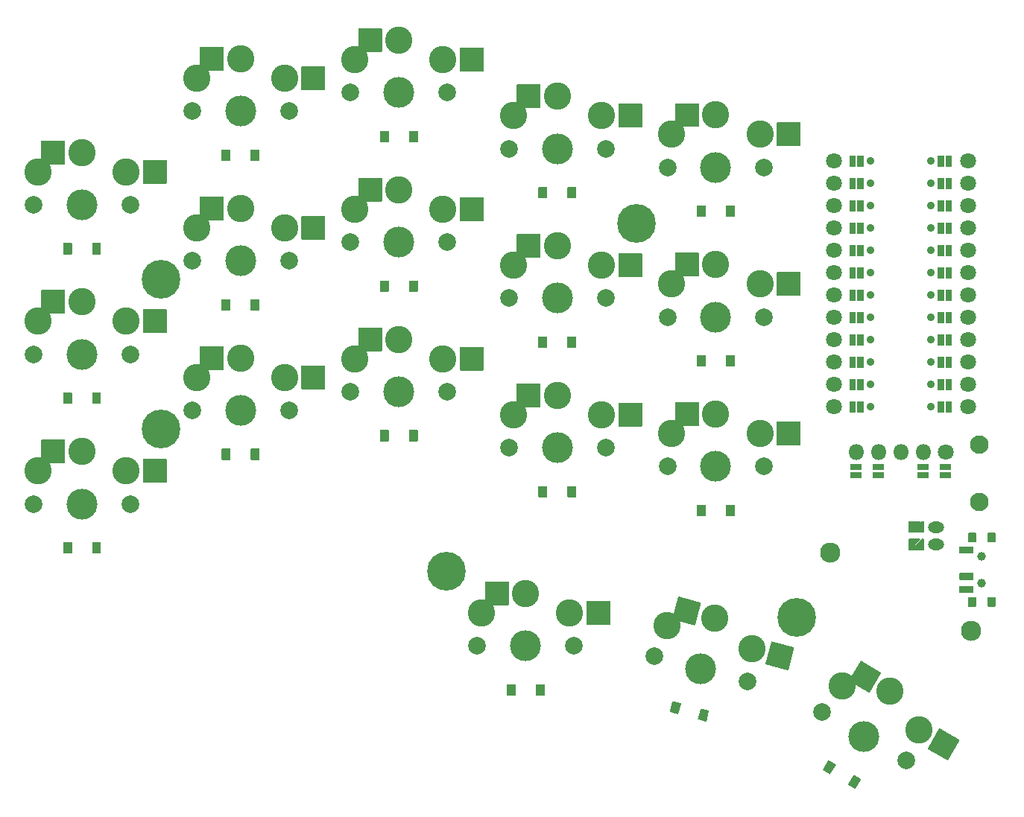
<source format=gbs>
G04 #@! TF.GenerationSoftware,KiCad,Pcbnew,8.0.6+1*
G04 #@! TF.CreationDate,2024-12-31T16:22:39+00:00*
G04 #@! TF.ProjectId,corney_island_wireless_autorouted,636f726e-6579-45f6-9973-6c616e645f77,0.2*
G04 #@! TF.SameCoordinates,Original*
G04 #@! TF.FileFunction,Soldermask,Bot*
G04 #@! TF.FilePolarity,Negative*
%FSLAX46Y46*%
G04 Gerber Fmt 4.6, Leading zero omitted, Abs format (unit mm)*
G04 Created by KiCad (PCBNEW 8.0.6+1) date 2024-12-31 16:22:39*
%MOMM*%
%LPD*%
G01*
G04 APERTURE LIST*
%ADD10C,2.100000*%
%ADD11C,2.000000*%
%ADD12C,3.100000*%
%ADD13C,3.500000*%
%ADD14C,4.400000*%
%ADD15C,2.300000*%
%ADD16C,1.800000*%
%ADD17C,0.900000*%
%ADD18O,1.800000X1.800000*%
%ADD19C,1.000000*%
%ADD20O,1.850000X1.300000*%
G04 APERTURE END LIST*
D10*
X201900000Y-93250000D03*
X201900000Y-99750000D03*
D11*
X164980708Y-117345495D03*
D12*
X166434242Y-113852683D03*
X171833273Y-113021741D03*
D13*
X170293300Y-118769000D03*
D11*
X175605892Y-120192505D03*
X112500000Y-89375000D03*
D12*
X113000000Y-85625000D03*
X118000000Y-83425000D03*
D13*
X118000000Y-89375000D03*
D11*
X123500000Y-89375000D03*
X130500000Y-53250000D03*
D12*
X131000000Y-49500000D03*
X136000000Y-47300000D03*
D13*
X136000000Y-53250000D03*
D11*
X141500000Y-53250000D03*
D14*
X163000000Y-68125000D03*
X181186600Y-112888000D03*
D15*
X201000000Y-114475000D03*
D16*
X200620000Y-61045000D03*
X200620000Y-63585000D03*
X200620000Y-66125000D03*
X200620000Y-68665000D03*
X200620000Y-71205000D03*
X200620000Y-73745000D03*
X200620000Y-76285000D03*
X200620000Y-78825000D03*
X200620000Y-81365000D03*
X200620000Y-83905000D03*
X200620000Y-86445000D03*
X200620000Y-88985000D03*
X185380000Y-88985000D03*
G36*
G01*
X187170000Y-89585000D02*
X187170000Y-88385000D01*
G75*
G02*
X187220000Y-88335000I50000J0D01*
G01*
X187820000Y-88335000D01*
G75*
G02*
X187870000Y-88385000I0J-50000D01*
G01*
X187870000Y-89585000D01*
G75*
G02*
X187820000Y-89635000I-50000J0D01*
G01*
X187220000Y-89635000D01*
G75*
G02*
X187170000Y-89585000I0J50000D01*
G01*
G37*
G36*
G01*
X198130000Y-89585000D02*
X198130000Y-88385000D01*
G75*
G02*
X198180000Y-88335000I50000J0D01*
G01*
X198780000Y-88335000D01*
G75*
G02*
X198830000Y-88385000I0J-50000D01*
G01*
X198830000Y-89585000D01*
G75*
G02*
X198780000Y-89635000I-50000J0D01*
G01*
X198180000Y-89635000D01*
G75*
G02*
X198130000Y-89585000I0J50000D01*
G01*
G37*
X185380000Y-86445000D03*
G36*
G01*
X187170000Y-87045000D02*
X187170000Y-85845000D01*
G75*
G02*
X187220000Y-85795000I50000J0D01*
G01*
X187820000Y-85795000D01*
G75*
G02*
X187870000Y-85845000I0J-50000D01*
G01*
X187870000Y-87045000D01*
G75*
G02*
X187820000Y-87095000I-50000J0D01*
G01*
X187220000Y-87095000D01*
G75*
G02*
X187170000Y-87045000I0J50000D01*
G01*
G37*
G36*
G01*
X198130000Y-87045000D02*
X198130000Y-85845000D01*
G75*
G02*
X198180000Y-85795000I50000J0D01*
G01*
X198780000Y-85795000D01*
G75*
G02*
X198830000Y-85845000I0J-50000D01*
G01*
X198830000Y-87045000D01*
G75*
G02*
X198780000Y-87095000I-50000J0D01*
G01*
X198180000Y-87095000D01*
G75*
G02*
X198130000Y-87045000I0J50000D01*
G01*
G37*
X185380000Y-83905000D03*
G36*
G01*
X187170000Y-84505000D02*
X187170000Y-83305000D01*
G75*
G02*
X187220000Y-83255000I50000J0D01*
G01*
X187820000Y-83255000D01*
G75*
G02*
X187870000Y-83305000I0J-50000D01*
G01*
X187870000Y-84505000D01*
G75*
G02*
X187820000Y-84555000I-50000J0D01*
G01*
X187220000Y-84555000D01*
G75*
G02*
X187170000Y-84505000I0J50000D01*
G01*
G37*
G36*
G01*
X198130000Y-84505000D02*
X198130000Y-83305000D01*
G75*
G02*
X198180000Y-83255000I50000J0D01*
G01*
X198780000Y-83255000D01*
G75*
G02*
X198830000Y-83305000I0J-50000D01*
G01*
X198830000Y-84505000D01*
G75*
G02*
X198780000Y-84555000I-50000J0D01*
G01*
X198180000Y-84555000D01*
G75*
G02*
X198130000Y-84505000I0J50000D01*
G01*
G37*
X185380000Y-81365000D03*
G36*
G01*
X187170000Y-81965000D02*
X187170000Y-80765000D01*
G75*
G02*
X187220000Y-80715000I50000J0D01*
G01*
X187820000Y-80715000D01*
G75*
G02*
X187870000Y-80765000I0J-50000D01*
G01*
X187870000Y-81965000D01*
G75*
G02*
X187820000Y-82015000I-50000J0D01*
G01*
X187220000Y-82015000D01*
G75*
G02*
X187170000Y-81965000I0J50000D01*
G01*
G37*
G36*
G01*
X198130000Y-81965000D02*
X198130000Y-80765000D01*
G75*
G02*
X198180000Y-80715000I50000J0D01*
G01*
X198780000Y-80715000D01*
G75*
G02*
X198830000Y-80765000I0J-50000D01*
G01*
X198830000Y-81965000D01*
G75*
G02*
X198780000Y-82015000I-50000J0D01*
G01*
X198180000Y-82015000D01*
G75*
G02*
X198130000Y-81965000I0J50000D01*
G01*
G37*
X185380000Y-78825000D03*
G36*
G01*
X187170000Y-79425000D02*
X187170000Y-78225000D01*
G75*
G02*
X187220000Y-78175000I50000J0D01*
G01*
X187820000Y-78175000D01*
G75*
G02*
X187870000Y-78225000I0J-50000D01*
G01*
X187870000Y-79425000D01*
G75*
G02*
X187820000Y-79475000I-50000J0D01*
G01*
X187220000Y-79475000D01*
G75*
G02*
X187170000Y-79425000I0J50000D01*
G01*
G37*
G36*
G01*
X198130000Y-79425000D02*
X198130000Y-78225000D01*
G75*
G02*
X198180000Y-78175000I50000J0D01*
G01*
X198780000Y-78175000D01*
G75*
G02*
X198830000Y-78225000I0J-50000D01*
G01*
X198830000Y-79425000D01*
G75*
G02*
X198780000Y-79475000I-50000J0D01*
G01*
X198180000Y-79475000D01*
G75*
G02*
X198130000Y-79425000I0J50000D01*
G01*
G37*
X185380000Y-76285000D03*
G36*
G01*
X187170000Y-76885000D02*
X187170000Y-75685000D01*
G75*
G02*
X187220000Y-75635000I50000J0D01*
G01*
X187820000Y-75635000D01*
G75*
G02*
X187870000Y-75685000I0J-50000D01*
G01*
X187870000Y-76885000D01*
G75*
G02*
X187820000Y-76935000I-50000J0D01*
G01*
X187220000Y-76935000D01*
G75*
G02*
X187170000Y-76885000I0J50000D01*
G01*
G37*
G36*
G01*
X198130000Y-76885000D02*
X198130000Y-75685000D01*
G75*
G02*
X198180000Y-75635000I50000J0D01*
G01*
X198780000Y-75635000D01*
G75*
G02*
X198830000Y-75685000I0J-50000D01*
G01*
X198830000Y-76885000D01*
G75*
G02*
X198780000Y-76935000I-50000J0D01*
G01*
X198180000Y-76935000D01*
G75*
G02*
X198130000Y-76885000I0J50000D01*
G01*
G37*
X185380000Y-73745000D03*
G36*
G01*
X187170000Y-74345000D02*
X187170000Y-73145000D01*
G75*
G02*
X187220000Y-73095000I50000J0D01*
G01*
X187820000Y-73095000D01*
G75*
G02*
X187870000Y-73145000I0J-50000D01*
G01*
X187870000Y-74345000D01*
G75*
G02*
X187820000Y-74395000I-50000J0D01*
G01*
X187220000Y-74395000D01*
G75*
G02*
X187170000Y-74345000I0J50000D01*
G01*
G37*
G36*
G01*
X198130000Y-74345000D02*
X198130000Y-73145000D01*
G75*
G02*
X198180000Y-73095000I50000J0D01*
G01*
X198780000Y-73095000D01*
G75*
G02*
X198830000Y-73145000I0J-50000D01*
G01*
X198830000Y-74345000D01*
G75*
G02*
X198780000Y-74395000I-50000J0D01*
G01*
X198180000Y-74395000D01*
G75*
G02*
X198130000Y-74345000I0J50000D01*
G01*
G37*
X185380000Y-71205000D03*
G36*
G01*
X187170000Y-71805000D02*
X187170000Y-70605000D01*
G75*
G02*
X187220000Y-70555000I50000J0D01*
G01*
X187820000Y-70555000D01*
G75*
G02*
X187870000Y-70605000I0J-50000D01*
G01*
X187870000Y-71805000D01*
G75*
G02*
X187820000Y-71855000I-50000J0D01*
G01*
X187220000Y-71855000D01*
G75*
G02*
X187170000Y-71805000I0J50000D01*
G01*
G37*
G36*
G01*
X198130000Y-71805000D02*
X198130000Y-70605000D01*
G75*
G02*
X198180000Y-70555000I50000J0D01*
G01*
X198780000Y-70555000D01*
G75*
G02*
X198830000Y-70605000I0J-50000D01*
G01*
X198830000Y-71805000D01*
G75*
G02*
X198780000Y-71855000I-50000J0D01*
G01*
X198180000Y-71855000D01*
G75*
G02*
X198130000Y-71805000I0J50000D01*
G01*
G37*
X185380000Y-68665000D03*
G36*
G01*
X187170000Y-69265000D02*
X187170000Y-68065000D01*
G75*
G02*
X187220000Y-68015000I50000J0D01*
G01*
X187820000Y-68015000D01*
G75*
G02*
X187870000Y-68065000I0J-50000D01*
G01*
X187870000Y-69265000D01*
G75*
G02*
X187820000Y-69315000I-50000J0D01*
G01*
X187220000Y-69315000D01*
G75*
G02*
X187170000Y-69265000I0J50000D01*
G01*
G37*
G36*
G01*
X198130000Y-69265000D02*
X198130000Y-68065000D01*
G75*
G02*
X198180000Y-68015000I50000J0D01*
G01*
X198780000Y-68015000D01*
G75*
G02*
X198830000Y-68065000I0J-50000D01*
G01*
X198830000Y-69265000D01*
G75*
G02*
X198780000Y-69315000I-50000J0D01*
G01*
X198180000Y-69315000D01*
G75*
G02*
X198130000Y-69265000I0J50000D01*
G01*
G37*
X185380000Y-66125000D03*
G36*
G01*
X187170000Y-66725000D02*
X187170000Y-65525000D01*
G75*
G02*
X187220000Y-65475000I50000J0D01*
G01*
X187820000Y-65475000D01*
G75*
G02*
X187870000Y-65525000I0J-50000D01*
G01*
X187870000Y-66725000D01*
G75*
G02*
X187820000Y-66775000I-50000J0D01*
G01*
X187220000Y-66775000D01*
G75*
G02*
X187170000Y-66725000I0J50000D01*
G01*
G37*
G36*
G01*
X198130000Y-66725000D02*
X198130000Y-65525000D01*
G75*
G02*
X198180000Y-65475000I50000J0D01*
G01*
X198780000Y-65475000D01*
G75*
G02*
X198830000Y-65525000I0J-50000D01*
G01*
X198830000Y-66725000D01*
G75*
G02*
X198780000Y-66775000I-50000J0D01*
G01*
X198180000Y-66775000D01*
G75*
G02*
X198130000Y-66725000I0J50000D01*
G01*
G37*
X185380000Y-63585000D03*
G36*
G01*
X187170000Y-64185000D02*
X187170000Y-62985000D01*
G75*
G02*
X187220000Y-62935000I50000J0D01*
G01*
X187820000Y-62935000D01*
G75*
G02*
X187870000Y-62985000I0J-50000D01*
G01*
X187870000Y-64185000D01*
G75*
G02*
X187820000Y-64235000I-50000J0D01*
G01*
X187220000Y-64235000D01*
G75*
G02*
X187170000Y-64185000I0J50000D01*
G01*
G37*
G36*
G01*
X198130000Y-64185000D02*
X198130000Y-62985000D01*
G75*
G02*
X198180000Y-62935000I50000J0D01*
G01*
X198780000Y-62935000D01*
G75*
G02*
X198830000Y-62985000I0J-50000D01*
G01*
X198830000Y-64185000D01*
G75*
G02*
X198780000Y-64235000I-50000J0D01*
G01*
X198180000Y-64235000D01*
G75*
G02*
X198130000Y-64185000I0J50000D01*
G01*
G37*
X185380000Y-61045000D03*
G36*
G01*
X187170000Y-61645000D02*
X187170000Y-60445000D01*
G75*
G02*
X187220000Y-60395000I50000J0D01*
G01*
X187820000Y-60395000D01*
G75*
G02*
X187870000Y-60445000I0J-50000D01*
G01*
X187870000Y-61645000D01*
G75*
G02*
X187820000Y-61695000I-50000J0D01*
G01*
X187220000Y-61695000D01*
G75*
G02*
X187170000Y-61645000I0J50000D01*
G01*
G37*
G36*
G01*
X198130000Y-61645000D02*
X198130000Y-60445000D01*
G75*
G02*
X198180000Y-60395000I50000J0D01*
G01*
X198780000Y-60395000D01*
G75*
G02*
X198830000Y-60445000I0J-50000D01*
G01*
X198830000Y-61645000D01*
G75*
G02*
X198780000Y-61695000I-50000J0D01*
G01*
X198180000Y-61695000D01*
G75*
G02*
X198130000Y-61645000I0J50000D01*
G01*
G37*
G36*
G01*
X188070000Y-61645000D02*
X188070000Y-60445000D01*
G75*
G02*
X188120000Y-60395000I50000J0D01*
G01*
X188720000Y-60395000D01*
G75*
G02*
X188770000Y-60445000I0J-50000D01*
G01*
X188770000Y-61645000D01*
G75*
G02*
X188720000Y-61695000I-50000J0D01*
G01*
X188120000Y-61695000D01*
G75*
G02*
X188070000Y-61645000I0J50000D01*
G01*
G37*
D17*
X196400000Y-61045000D03*
G36*
G01*
X188070000Y-64185000D02*
X188070000Y-62985000D01*
G75*
G02*
X188120000Y-62935000I50000J0D01*
G01*
X188720000Y-62935000D01*
G75*
G02*
X188770000Y-62985000I0J-50000D01*
G01*
X188770000Y-64185000D01*
G75*
G02*
X188720000Y-64235000I-50000J0D01*
G01*
X188120000Y-64235000D01*
G75*
G02*
X188070000Y-64185000I0J50000D01*
G01*
G37*
X196400000Y-63585000D03*
G36*
G01*
X188070000Y-66725000D02*
X188070000Y-65525000D01*
G75*
G02*
X188120000Y-65475000I50000J0D01*
G01*
X188720000Y-65475000D01*
G75*
G02*
X188770000Y-65525000I0J-50000D01*
G01*
X188770000Y-66725000D01*
G75*
G02*
X188720000Y-66775000I-50000J0D01*
G01*
X188120000Y-66775000D01*
G75*
G02*
X188070000Y-66725000I0J50000D01*
G01*
G37*
X196400000Y-66125000D03*
G36*
G01*
X188070000Y-69265000D02*
X188070000Y-68065000D01*
G75*
G02*
X188120000Y-68015000I50000J0D01*
G01*
X188720000Y-68015000D01*
G75*
G02*
X188770000Y-68065000I0J-50000D01*
G01*
X188770000Y-69265000D01*
G75*
G02*
X188720000Y-69315000I-50000J0D01*
G01*
X188120000Y-69315000D01*
G75*
G02*
X188070000Y-69265000I0J50000D01*
G01*
G37*
X196400000Y-68665000D03*
G36*
G01*
X188070000Y-71805000D02*
X188070000Y-70605000D01*
G75*
G02*
X188120000Y-70555000I50000J0D01*
G01*
X188720000Y-70555000D01*
G75*
G02*
X188770000Y-70605000I0J-50000D01*
G01*
X188770000Y-71805000D01*
G75*
G02*
X188720000Y-71855000I-50000J0D01*
G01*
X188120000Y-71855000D01*
G75*
G02*
X188070000Y-71805000I0J50000D01*
G01*
G37*
X196400000Y-71205000D03*
G36*
G01*
X188070000Y-74345000D02*
X188070000Y-73145000D01*
G75*
G02*
X188120000Y-73095000I50000J0D01*
G01*
X188720000Y-73095000D01*
G75*
G02*
X188770000Y-73145000I0J-50000D01*
G01*
X188770000Y-74345000D01*
G75*
G02*
X188720000Y-74395000I-50000J0D01*
G01*
X188120000Y-74395000D01*
G75*
G02*
X188070000Y-74345000I0J50000D01*
G01*
G37*
X196400000Y-73745000D03*
G36*
G01*
X188070000Y-76885000D02*
X188070000Y-75685000D01*
G75*
G02*
X188120000Y-75635000I50000J0D01*
G01*
X188720000Y-75635000D01*
G75*
G02*
X188770000Y-75685000I0J-50000D01*
G01*
X188770000Y-76885000D01*
G75*
G02*
X188720000Y-76935000I-50000J0D01*
G01*
X188120000Y-76935000D01*
G75*
G02*
X188070000Y-76885000I0J50000D01*
G01*
G37*
X196400000Y-76285000D03*
G36*
G01*
X188070000Y-79425000D02*
X188070000Y-78225000D01*
G75*
G02*
X188120000Y-78175000I50000J0D01*
G01*
X188720000Y-78175000D01*
G75*
G02*
X188770000Y-78225000I0J-50000D01*
G01*
X188770000Y-79425000D01*
G75*
G02*
X188720000Y-79475000I-50000J0D01*
G01*
X188120000Y-79475000D01*
G75*
G02*
X188070000Y-79425000I0J50000D01*
G01*
G37*
X196400000Y-78825000D03*
G36*
G01*
X188070000Y-81965000D02*
X188070000Y-80765000D01*
G75*
G02*
X188120000Y-80715000I50000J0D01*
G01*
X188720000Y-80715000D01*
G75*
G02*
X188770000Y-80765000I0J-50000D01*
G01*
X188770000Y-81965000D01*
G75*
G02*
X188720000Y-82015000I-50000J0D01*
G01*
X188120000Y-82015000D01*
G75*
G02*
X188070000Y-81965000I0J50000D01*
G01*
G37*
X196400000Y-81365000D03*
G36*
G01*
X188070000Y-84505000D02*
X188070000Y-83305000D01*
G75*
G02*
X188120000Y-83255000I50000J0D01*
G01*
X188720000Y-83255000D01*
G75*
G02*
X188770000Y-83305000I0J-50000D01*
G01*
X188770000Y-84505000D01*
G75*
G02*
X188720000Y-84555000I-50000J0D01*
G01*
X188120000Y-84555000D01*
G75*
G02*
X188070000Y-84505000I0J50000D01*
G01*
G37*
X196400000Y-83905000D03*
G36*
G01*
X188070000Y-87045000D02*
X188070000Y-85845000D01*
G75*
G02*
X188120000Y-85795000I50000J0D01*
G01*
X188720000Y-85795000D01*
G75*
G02*
X188770000Y-85845000I0J-50000D01*
G01*
X188770000Y-87045000D01*
G75*
G02*
X188720000Y-87095000I-50000J0D01*
G01*
X188120000Y-87095000D01*
G75*
G02*
X188070000Y-87045000I0J50000D01*
G01*
G37*
X196400000Y-86445000D03*
G36*
G01*
X188070000Y-89585000D02*
X188070000Y-88385000D01*
G75*
G02*
X188120000Y-88335000I50000J0D01*
G01*
X188720000Y-88335000D01*
G75*
G02*
X188770000Y-88385000I0J-50000D01*
G01*
X188770000Y-89585000D01*
G75*
G02*
X188720000Y-89635000I-50000J0D01*
G01*
X188120000Y-89635000D01*
G75*
G02*
X188070000Y-89585000I0J50000D01*
G01*
G37*
X196400000Y-88985000D03*
X189600000Y-88985000D03*
G36*
G01*
X197230000Y-89585000D02*
X197230000Y-88385000D01*
G75*
G02*
X197280000Y-88335000I50000J0D01*
G01*
X197880000Y-88335000D01*
G75*
G02*
X197930000Y-88385000I0J-50000D01*
G01*
X197930000Y-89585000D01*
G75*
G02*
X197880000Y-89635000I-50000J0D01*
G01*
X197280000Y-89635000D01*
G75*
G02*
X197230000Y-89585000I0J50000D01*
G01*
G37*
X189600000Y-86445000D03*
G36*
G01*
X197230000Y-87045000D02*
X197230000Y-85845000D01*
G75*
G02*
X197280000Y-85795000I50000J0D01*
G01*
X197880000Y-85795000D01*
G75*
G02*
X197930000Y-85845000I0J-50000D01*
G01*
X197930000Y-87045000D01*
G75*
G02*
X197880000Y-87095000I-50000J0D01*
G01*
X197280000Y-87095000D01*
G75*
G02*
X197230000Y-87045000I0J50000D01*
G01*
G37*
X189600000Y-83905000D03*
G36*
G01*
X197230000Y-84505000D02*
X197230000Y-83305000D01*
G75*
G02*
X197280000Y-83255000I50000J0D01*
G01*
X197880000Y-83255000D01*
G75*
G02*
X197930000Y-83305000I0J-50000D01*
G01*
X197930000Y-84505000D01*
G75*
G02*
X197880000Y-84555000I-50000J0D01*
G01*
X197280000Y-84555000D01*
G75*
G02*
X197230000Y-84505000I0J50000D01*
G01*
G37*
X189600000Y-81365000D03*
G36*
G01*
X197230000Y-81965000D02*
X197230000Y-80765000D01*
G75*
G02*
X197280000Y-80715000I50000J0D01*
G01*
X197880000Y-80715000D01*
G75*
G02*
X197930000Y-80765000I0J-50000D01*
G01*
X197930000Y-81965000D01*
G75*
G02*
X197880000Y-82015000I-50000J0D01*
G01*
X197280000Y-82015000D01*
G75*
G02*
X197230000Y-81965000I0J50000D01*
G01*
G37*
X189600000Y-78825000D03*
G36*
G01*
X197230000Y-79425000D02*
X197230000Y-78225000D01*
G75*
G02*
X197280000Y-78175000I50000J0D01*
G01*
X197880000Y-78175000D01*
G75*
G02*
X197930000Y-78225000I0J-50000D01*
G01*
X197930000Y-79425000D01*
G75*
G02*
X197880000Y-79475000I-50000J0D01*
G01*
X197280000Y-79475000D01*
G75*
G02*
X197230000Y-79425000I0J50000D01*
G01*
G37*
X189600000Y-76285000D03*
G36*
G01*
X197230000Y-76885000D02*
X197230000Y-75685000D01*
G75*
G02*
X197280000Y-75635000I50000J0D01*
G01*
X197880000Y-75635000D01*
G75*
G02*
X197930000Y-75685000I0J-50000D01*
G01*
X197930000Y-76885000D01*
G75*
G02*
X197880000Y-76935000I-50000J0D01*
G01*
X197280000Y-76935000D01*
G75*
G02*
X197230000Y-76885000I0J50000D01*
G01*
G37*
X189600000Y-73745000D03*
G36*
G01*
X197230000Y-74345000D02*
X197230000Y-73145000D01*
G75*
G02*
X197280000Y-73095000I50000J0D01*
G01*
X197880000Y-73095000D01*
G75*
G02*
X197930000Y-73145000I0J-50000D01*
G01*
X197930000Y-74345000D01*
G75*
G02*
X197880000Y-74395000I-50000J0D01*
G01*
X197280000Y-74395000D01*
G75*
G02*
X197230000Y-74345000I0J50000D01*
G01*
G37*
X189600000Y-71205000D03*
G36*
G01*
X197230000Y-71805000D02*
X197230000Y-70605000D01*
G75*
G02*
X197280000Y-70555000I50000J0D01*
G01*
X197880000Y-70555000D01*
G75*
G02*
X197930000Y-70605000I0J-50000D01*
G01*
X197930000Y-71805000D01*
G75*
G02*
X197880000Y-71855000I-50000J0D01*
G01*
X197280000Y-71855000D01*
G75*
G02*
X197230000Y-71805000I0J50000D01*
G01*
G37*
X189600000Y-68665000D03*
G36*
G01*
X197230000Y-69265000D02*
X197230000Y-68065000D01*
G75*
G02*
X197280000Y-68015000I50000J0D01*
G01*
X197880000Y-68015000D01*
G75*
G02*
X197930000Y-68065000I0J-50000D01*
G01*
X197930000Y-69265000D01*
G75*
G02*
X197880000Y-69315000I-50000J0D01*
G01*
X197280000Y-69315000D01*
G75*
G02*
X197230000Y-69265000I0J50000D01*
G01*
G37*
X189600000Y-66125000D03*
G36*
G01*
X197230000Y-66725000D02*
X197230000Y-65525000D01*
G75*
G02*
X197280000Y-65475000I50000J0D01*
G01*
X197880000Y-65475000D01*
G75*
G02*
X197930000Y-65525000I0J-50000D01*
G01*
X197930000Y-66725000D01*
G75*
G02*
X197880000Y-66775000I-50000J0D01*
G01*
X197280000Y-66775000D01*
G75*
G02*
X197230000Y-66725000I0J50000D01*
G01*
G37*
X189600000Y-63585000D03*
G36*
G01*
X197230000Y-64185000D02*
X197230000Y-62985000D01*
G75*
G02*
X197280000Y-62935000I50000J0D01*
G01*
X197880000Y-62935000D01*
G75*
G02*
X197930000Y-62985000I0J-50000D01*
G01*
X197930000Y-64185000D01*
G75*
G02*
X197880000Y-64235000I-50000J0D01*
G01*
X197280000Y-64235000D01*
G75*
G02*
X197230000Y-64185000I0J50000D01*
G01*
G37*
X189600000Y-61045000D03*
G36*
G01*
X197230000Y-61645000D02*
X197230000Y-60445000D01*
G75*
G02*
X197280000Y-60395000I50000J0D01*
G01*
X197880000Y-60395000D01*
G75*
G02*
X197930000Y-60445000I0J-50000D01*
G01*
X197930000Y-61645000D01*
G75*
G02*
X197880000Y-61695000I-50000J0D01*
G01*
X197280000Y-61695000D01*
G75*
G02*
X197230000Y-61645000I0J50000D01*
G01*
G37*
D15*
X185000000Y-105575000D03*
D11*
X148500000Y-76625000D03*
D12*
X149000000Y-72875000D03*
X154000000Y-70675000D03*
D13*
X154000000Y-76625000D03*
D11*
X159500000Y-76625000D03*
X166500000Y-95750000D03*
D12*
X167000000Y-92000000D03*
X172000000Y-89800000D03*
D13*
X172000000Y-95750000D03*
D11*
X177500000Y-95750000D03*
X166500000Y-78750000D03*
D12*
X167000000Y-75000000D03*
X172000000Y-72800000D03*
D13*
X172000000Y-78750000D03*
D11*
X177500000Y-78750000D03*
X130500000Y-87250000D03*
D12*
X131000000Y-83500000D03*
X136000000Y-81300000D03*
D13*
X136000000Y-87250000D03*
D11*
X141500000Y-87250000D03*
D14*
X141400000Y-107650000D03*
D11*
X184067760Y-123697500D03*
D12*
X186375773Y-120699905D03*
X191805900Y-121294649D03*
D13*
X188830900Y-126447500D03*
D11*
X193594040Y-129197500D03*
X94500000Y-83000000D03*
D12*
X95000000Y-79250000D03*
X100000000Y-77050000D03*
D13*
X100000000Y-83000000D03*
D11*
X105500000Y-83000000D03*
D18*
X187920000Y-94075000D03*
X190460000Y-94075000D03*
X193000000Y-94075000D03*
X195540000Y-94075000D03*
D16*
X198080000Y-94075000D03*
G36*
G01*
X197480000Y-96375000D02*
X198680000Y-96375000D01*
G75*
G02*
X198730000Y-96425000I0J-50000D01*
G01*
X198730000Y-97025000D01*
G75*
G02*
X198680000Y-97075000I-50000J0D01*
G01*
X197480000Y-97075000D01*
G75*
G02*
X197430000Y-97025000I0J50000D01*
G01*
X197430000Y-96425000D01*
G75*
G02*
X197480000Y-96375000I50000J0D01*
G01*
G37*
G36*
G01*
X194940000Y-96375000D02*
X196140000Y-96375000D01*
G75*
G02*
X196190000Y-96425000I0J-50000D01*
G01*
X196190000Y-97025000D01*
G75*
G02*
X196140000Y-97075000I-50000J0D01*
G01*
X194940000Y-97075000D01*
G75*
G02*
X194890000Y-97025000I0J50000D01*
G01*
X194890000Y-96425000D01*
G75*
G02*
X194940000Y-96375000I50000J0D01*
G01*
G37*
G36*
G01*
X189860000Y-96375000D02*
X191060000Y-96375000D01*
G75*
G02*
X191110000Y-96425000I0J-50000D01*
G01*
X191110000Y-97025000D01*
G75*
G02*
X191060000Y-97075000I-50000J0D01*
G01*
X189860000Y-97075000D01*
G75*
G02*
X189810000Y-97025000I0J50000D01*
G01*
X189810000Y-96425000D01*
G75*
G02*
X189860000Y-96375000I50000J0D01*
G01*
G37*
G36*
G01*
X187320000Y-96375000D02*
X188520000Y-96375000D01*
G75*
G02*
X188570000Y-96425000I0J-50000D01*
G01*
X188570000Y-97025000D01*
G75*
G02*
X188520000Y-97075000I-50000J0D01*
G01*
X187320000Y-97075000D01*
G75*
G02*
X187270000Y-97025000I0J50000D01*
G01*
X187270000Y-96425000D01*
G75*
G02*
X187320000Y-96375000I50000J0D01*
G01*
G37*
G36*
G01*
X197480000Y-95475000D02*
X198680000Y-95475000D01*
G75*
G02*
X198730000Y-95525000I0J-50000D01*
G01*
X198730000Y-96125000D01*
G75*
G02*
X198680000Y-96175000I-50000J0D01*
G01*
X197480000Y-96175000D01*
G75*
G02*
X197430000Y-96125000I0J50000D01*
G01*
X197430000Y-95525000D01*
G75*
G02*
X197480000Y-95475000I50000J0D01*
G01*
G37*
G36*
G01*
X194940000Y-95475000D02*
X196140000Y-95475000D01*
G75*
G02*
X196190000Y-95525000I0J-50000D01*
G01*
X196190000Y-96125000D01*
G75*
G02*
X196140000Y-96175000I-50000J0D01*
G01*
X194940000Y-96175000D01*
G75*
G02*
X194890000Y-96125000I0J50000D01*
G01*
X194890000Y-95525000D01*
G75*
G02*
X194940000Y-95475000I50000J0D01*
G01*
G37*
G36*
G01*
X189860000Y-95475000D02*
X191060000Y-95475000D01*
G75*
G02*
X191110000Y-95525000I0J-50000D01*
G01*
X191110000Y-96125000D01*
G75*
G02*
X191060000Y-96175000I-50000J0D01*
G01*
X189860000Y-96175000D01*
G75*
G02*
X189810000Y-96125000I0J50000D01*
G01*
X189810000Y-95525000D01*
G75*
G02*
X189860000Y-95475000I50000J0D01*
G01*
G37*
G36*
G01*
X187320000Y-95475000D02*
X188520000Y-95475000D01*
G75*
G02*
X188570000Y-95525000I0J-50000D01*
G01*
X188570000Y-96125000D01*
G75*
G02*
X188520000Y-96175000I-50000J0D01*
G01*
X187320000Y-96175000D01*
G75*
G02*
X187270000Y-96125000I0J50000D01*
G01*
X187270000Y-95525000D01*
G75*
G02*
X187320000Y-95475000I50000J0D01*
G01*
G37*
D11*
X130500000Y-70250000D03*
D12*
X131000000Y-66500000D03*
X136000000Y-64300000D03*
D13*
X136000000Y-70250000D03*
D11*
X141500000Y-70250000D03*
X112500000Y-55375000D03*
D12*
X113000000Y-51625000D03*
X118000000Y-49425000D03*
D13*
X118000000Y-55375000D03*
D11*
X123500000Y-55375000D03*
X94500000Y-66000000D03*
D12*
X95000000Y-62250000D03*
X100000000Y-60050000D03*
D13*
X100000000Y-66000000D03*
D11*
X105500000Y-66000000D03*
G36*
G01*
X200715000Y-103300000D02*
X201515000Y-103300000D01*
G75*
G02*
X201565000Y-103350000I0J-50000D01*
G01*
X201565000Y-104350000D01*
G75*
G02*
X201515000Y-104400000I-50000J0D01*
G01*
X200715000Y-104400000D01*
G75*
G02*
X200665000Y-104350000I0J50000D01*
G01*
X200665000Y-103350000D01*
G75*
G02*
X200715000Y-103300000I50000J0D01*
G01*
G37*
G36*
G01*
X200715000Y-110600000D02*
X201515000Y-110600000D01*
G75*
G02*
X201565000Y-110650000I0J-50000D01*
G01*
X201565000Y-111650000D01*
G75*
G02*
X201515000Y-111700000I-50000J0D01*
G01*
X200715000Y-111700000D01*
G75*
G02*
X200665000Y-111650000I0J50000D01*
G01*
X200665000Y-110650000D01*
G75*
G02*
X200715000Y-110600000I50000J0D01*
G01*
G37*
D19*
X202225000Y-106000000D03*
X202225000Y-109000000D03*
G36*
G01*
X202925000Y-103300000D02*
X203725000Y-103300000D01*
G75*
G02*
X203775000Y-103350000I0J-50000D01*
G01*
X203775000Y-104350000D01*
G75*
G02*
X203725000Y-104400000I-50000J0D01*
G01*
X202925000Y-104400000D01*
G75*
G02*
X202875000Y-104350000I0J50000D01*
G01*
X202875000Y-103350000D01*
G75*
G02*
X202925000Y-103300000I50000J0D01*
G01*
G37*
G36*
G01*
X202925000Y-110600000D02*
X203725000Y-110600000D01*
G75*
G02*
X203775000Y-110650000I0J-50000D01*
G01*
X203775000Y-111650000D01*
G75*
G02*
X203725000Y-111700000I-50000J0D01*
G01*
X202925000Y-111700000D01*
G75*
G02*
X202875000Y-111650000I0J50000D01*
G01*
X202875000Y-110650000D01*
G75*
G02*
X202925000Y-110600000I50000J0D01*
G01*
G37*
G36*
G01*
X199715000Y-104850000D02*
X201215000Y-104850000D01*
G75*
G02*
X201265000Y-104900000I0J-50000D01*
G01*
X201265000Y-105600000D01*
G75*
G02*
X201215000Y-105650000I-50000J0D01*
G01*
X199715000Y-105650000D01*
G75*
G02*
X199665000Y-105600000I0J50000D01*
G01*
X199665000Y-104900000D01*
G75*
G02*
X199715000Y-104850000I50000J0D01*
G01*
G37*
G36*
G01*
X199715000Y-107850000D02*
X201215000Y-107850000D01*
G75*
G02*
X201265000Y-107900000I0J-50000D01*
G01*
X201265000Y-108600000D01*
G75*
G02*
X201215000Y-108650000I-50000J0D01*
G01*
X199715000Y-108650000D01*
G75*
G02*
X199665000Y-108600000I0J50000D01*
G01*
X199665000Y-107900000D01*
G75*
G02*
X199715000Y-107850000I50000J0D01*
G01*
G37*
G36*
G01*
X199715000Y-109350000D02*
X201215000Y-109350000D01*
G75*
G02*
X201265000Y-109400000I0J-50000D01*
G01*
X201265000Y-110100000D01*
G75*
G02*
X201215000Y-110150000I-50000J0D01*
G01*
X199715000Y-110150000D01*
G75*
G02*
X199665000Y-110100000I0J50000D01*
G01*
X199665000Y-109400000D01*
G75*
G02*
X199715000Y-109350000I50000J0D01*
G01*
G37*
D11*
X94500000Y-100000000D03*
D12*
X95000000Y-96250000D03*
X100000000Y-94050000D03*
D13*
X100000000Y-100000000D03*
D11*
X105500000Y-100000000D03*
D14*
X109000000Y-74500000D03*
G36*
X193898645Y-103989645D02*
G01*
X193934000Y-103975000D01*
X195184000Y-103975000D01*
X195219355Y-103989645D01*
X195234000Y-104025000D01*
X195219355Y-104060355D01*
X194654710Y-104625000D01*
X195219355Y-105189645D01*
X195234000Y-105225000D01*
X195219355Y-105260355D01*
X195184000Y-105275000D01*
X193934000Y-105275000D01*
X193898645Y-105260355D01*
X193884000Y-105225000D01*
X193884000Y-104025000D01*
X193898645Y-103989645D01*
G37*
G36*
X193898645Y-101989645D02*
G01*
X193934000Y-101975000D01*
X195184000Y-101975000D01*
X195219355Y-101989645D01*
X195234000Y-102025000D01*
X195219355Y-102060355D01*
X194654710Y-102625000D01*
X195219355Y-103189645D01*
X195234000Y-103225000D01*
X195219355Y-103260355D01*
X195184000Y-103275000D01*
X193934000Y-103275000D01*
X193898645Y-103260355D01*
X193884000Y-103225000D01*
X193884000Y-102025000D01*
X193898645Y-101989645D01*
G37*
D20*
X197000000Y-102625000D03*
X197000000Y-104625000D03*
G36*
X194764645Y-102589645D02*
G01*
X195364645Y-101989645D01*
X195400000Y-101975000D01*
X195600000Y-101975000D01*
X195635355Y-101989645D01*
X195650000Y-102025000D01*
X195650000Y-103225000D01*
X195635355Y-103260355D01*
X195600000Y-103275000D01*
X195400000Y-103275000D01*
X195364645Y-103260355D01*
X194764645Y-102660355D01*
X194750000Y-102625000D01*
X194764645Y-102589645D01*
G37*
G36*
X194764645Y-104589645D02*
G01*
X195364645Y-103989645D01*
X195400000Y-103975000D01*
X195600000Y-103975000D01*
X195635355Y-103989645D01*
X195650000Y-104025000D01*
X195650000Y-105225000D01*
X195635355Y-105260355D01*
X195600000Y-105275000D01*
X195400000Y-105275000D01*
X195364645Y-105260355D01*
X194764645Y-104660355D01*
X194750000Y-104625000D01*
X194764645Y-104589645D01*
G37*
D11*
X148500000Y-93625000D03*
D12*
X149000000Y-89875000D03*
X154000000Y-87675000D03*
D13*
X154000000Y-93625000D03*
D11*
X159500000Y-93625000D03*
X166500000Y-61750000D03*
D12*
X167000000Y-58000000D03*
X172000000Y-55800000D03*
D13*
X172000000Y-61750000D03*
D11*
X177500000Y-61750000D03*
D14*
X109000000Y-91500000D03*
D11*
X148500000Y-59625000D03*
D12*
X149000000Y-55875000D03*
X154000000Y-53675000D03*
D13*
X154000000Y-59625000D03*
D11*
X159500000Y-59625000D03*
X112500000Y-72375000D03*
D12*
X113000000Y-68625000D03*
X118000000Y-66425000D03*
D13*
X118000000Y-72375000D03*
D11*
X123500000Y-72375000D03*
X144900000Y-116150000D03*
D12*
X145400000Y-112400000D03*
X150400000Y-110200000D03*
D13*
X150400000Y-116150000D03*
D11*
X155900000Y-116150000D03*
G36*
G01*
X120150000Y-59775000D02*
X120150000Y-60975000D01*
G75*
G02*
X120100000Y-61025000I-50000J0D01*
G01*
X119200000Y-61025000D01*
G75*
G02*
X119150000Y-60975000I0J50000D01*
G01*
X119150000Y-59775000D01*
G75*
G02*
X119200000Y-59725000I50000J0D01*
G01*
X120100000Y-59725000D01*
G75*
G02*
X120150000Y-59775000I0J-50000D01*
G01*
G37*
G36*
G01*
X116850000Y-59775000D02*
X116850000Y-60975000D01*
G75*
G02*
X116800000Y-61025000I-50000J0D01*
G01*
X115900000Y-61025000D01*
G75*
G02*
X115850000Y-60975000I0J50000D01*
G01*
X115850000Y-59775000D01*
G75*
G02*
X115900000Y-59725000I50000J0D01*
G01*
X116800000Y-59725000D01*
G75*
G02*
X116850000Y-59775000I0J-50000D01*
G01*
G37*
X148500000Y-76625000D03*
D12*
X154000000Y-70675000D03*
D13*
X154000000Y-76625000D03*
D12*
X159000000Y-72875000D03*
D11*
X159500000Y-76625000D03*
G36*
G01*
X149375000Y-71975000D02*
X149375000Y-69375000D01*
G75*
G02*
X149425000Y-69325000I50000J0D01*
G01*
X152025000Y-69325000D01*
G75*
G02*
X152075000Y-69375000I0J-50000D01*
G01*
X152075000Y-71975000D01*
G75*
G02*
X152025000Y-72025000I-50000J0D01*
G01*
X149425000Y-72025000D01*
G75*
G02*
X149375000Y-71975000I0J50000D01*
G01*
G37*
G36*
G01*
X160925000Y-74175000D02*
X160925000Y-71575000D01*
G75*
G02*
X160975000Y-71525000I50000J0D01*
G01*
X163575000Y-71525000D01*
G75*
G02*
X163625000Y-71575000I0J-50000D01*
G01*
X163625000Y-74175000D01*
G75*
G02*
X163575000Y-74225000I-50000J0D01*
G01*
X160975000Y-74225000D01*
G75*
G02*
X160925000Y-74175000I0J50000D01*
G01*
G37*
X166500000Y-95750000D03*
D12*
X172000000Y-89800000D03*
D13*
X172000000Y-95750000D03*
D12*
X177000000Y-92000000D03*
D11*
X177500000Y-95750000D03*
G36*
G01*
X167375000Y-91100000D02*
X167375000Y-88500000D01*
G75*
G02*
X167425000Y-88450000I50000J0D01*
G01*
X170025000Y-88450000D01*
G75*
G02*
X170075000Y-88500000I0J-50000D01*
G01*
X170075000Y-91100000D01*
G75*
G02*
X170025000Y-91150000I-50000J0D01*
G01*
X167425000Y-91150000D01*
G75*
G02*
X167375000Y-91100000I0J50000D01*
G01*
G37*
G36*
G01*
X178925000Y-93300000D02*
X178925000Y-90700000D01*
G75*
G02*
X178975000Y-90650000I50000J0D01*
G01*
X181575000Y-90650000D01*
G75*
G02*
X181625000Y-90700000I0J-50000D01*
G01*
X181625000Y-93300000D01*
G75*
G02*
X181575000Y-93350000I-50000J0D01*
G01*
X178975000Y-93350000D01*
G75*
G02*
X178925000Y-93300000I0J50000D01*
G01*
G37*
X184067760Y-123697500D03*
D12*
X191805900Y-121294649D03*
D13*
X188830900Y-126447500D03*
D12*
X195036027Y-125699905D03*
D11*
X193594040Y-129197500D03*
G36*
G01*
X187150533Y-120107982D02*
X188450533Y-117856316D01*
G75*
G02*
X188518834Y-117838015I43301J-25000D01*
G01*
X190770500Y-119138015D01*
G75*
G02*
X190788801Y-119206316I-25000J-43301D01*
G01*
X189488801Y-121457982D01*
G75*
G02*
X189420500Y-121476283I-43301J25000D01*
G01*
X187168834Y-120176283D01*
G75*
G02*
X187150533Y-120107982I25000J43301D01*
G01*
G37*
G36*
G01*
X196053126Y-127788238D02*
X197353126Y-125536572D01*
G75*
G02*
X197421427Y-125518271I43301J-25000D01*
G01*
X199673093Y-126818271D01*
G75*
G02*
X199691394Y-126886572I-25000J-43301D01*
G01*
X198391394Y-129138238D01*
G75*
G02*
X198323093Y-129156539I-43301J25000D01*
G01*
X196071427Y-127856539D01*
G75*
G02*
X196053126Y-127788238I25000J43301D01*
G01*
G37*
X130500000Y-87250000D03*
D12*
X136000000Y-81300000D03*
D13*
X136000000Y-87250000D03*
D12*
X141000000Y-83500000D03*
D11*
X141500000Y-87250000D03*
G36*
G01*
X131375000Y-82600000D02*
X131375000Y-80000000D01*
G75*
G02*
X131425000Y-79950000I50000J0D01*
G01*
X134025000Y-79950000D01*
G75*
G02*
X134075000Y-80000000I0J-50000D01*
G01*
X134075000Y-82600000D01*
G75*
G02*
X134025000Y-82650000I-50000J0D01*
G01*
X131425000Y-82650000D01*
G75*
G02*
X131375000Y-82600000I0J50000D01*
G01*
G37*
G36*
G01*
X142925000Y-84800000D02*
X142925000Y-82200000D01*
G75*
G02*
X142975000Y-82150000I50000J0D01*
G01*
X145575000Y-82150000D01*
G75*
G02*
X145625000Y-82200000I0J-50000D01*
G01*
X145625000Y-84800000D01*
G75*
G02*
X145575000Y-84850000I-50000J0D01*
G01*
X142975000Y-84850000D01*
G75*
G02*
X142925000Y-84800000I0J50000D01*
G01*
G37*
X164980708Y-117345495D03*
D12*
X171833273Y-113021741D03*
D13*
X170293300Y-118769000D03*
D12*
X176093501Y-116440873D03*
D11*
X175605892Y-120192505D03*
G36*
G01*
X167029402Y-113080407D02*
X167702331Y-110569000D01*
G75*
G02*
X167763568Y-110533645I48296J-12941D01*
G01*
X170274975Y-111206574D01*
G75*
G02*
X170310330Y-111267811I-12941J-48296D01*
G01*
X169637401Y-113779218D01*
G75*
G02*
X169576164Y-113814573I-48296J12941D01*
G01*
X167064757Y-113141644D01*
G75*
G02*
X167029402Y-113080407I12941J48296D01*
G01*
G37*
G36*
G01*
X177616444Y-118194804D02*
X178289373Y-115683397D01*
G75*
G02*
X178350610Y-115648042I48296J-12941D01*
G01*
X180862017Y-116320971D01*
G75*
G02*
X180897372Y-116382208I-12941J-48296D01*
G01*
X180224443Y-118893615D01*
G75*
G02*
X180163206Y-118928970I-48296J12941D01*
G01*
X177651799Y-118256041D01*
G75*
G02*
X177616444Y-118194804I12941J48296D01*
G01*
G37*
G36*
G01*
X138150000Y-91650000D02*
X138150000Y-92850000D01*
G75*
G02*
X138100000Y-92900000I-50000J0D01*
G01*
X137200000Y-92900000D01*
G75*
G02*
X137150000Y-92850000I0J50000D01*
G01*
X137150000Y-91650000D01*
G75*
G02*
X137200000Y-91600000I50000J0D01*
G01*
X138100000Y-91600000D01*
G75*
G02*
X138150000Y-91650000I0J-50000D01*
G01*
G37*
G36*
G01*
X134850000Y-91650000D02*
X134850000Y-92850000D01*
G75*
G02*
X134800000Y-92900000I-50000J0D01*
G01*
X133900000Y-92900000D01*
G75*
G02*
X133850000Y-92850000I0J50000D01*
G01*
X133850000Y-91650000D01*
G75*
G02*
X133900000Y-91600000I50000J0D01*
G01*
X134800000Y-91600000D01*
G75*
G02*
X134850000Y-91650000I0J-50000D01*
G01*
G37*
X94500000Y-66000000D03*
D12*
X100000000Y-60050000D03*
D13*
X100000000Y-66000000D03*
D12*
X105000000Y-62250000D03*
D11*
X105500000Y-66000000D03*
G36*
G01*
X95375000Y-61350000D02*
X95375000Y-58750000D01*
G75*
G02*
X95425000Y-58700000I50000J0D01*
G01*
X98025000Y-58700000D01*
G75*
G02*
X98075000Y-58750000I0J-50000D01*
G01*
X98075000Y-61350000D01*
G75*
G02*
X98025000Y-61400000I-50000J0D01*
G01*
X95425000Y-61400000D01*
G75*
G02*
X95375000Y-61350000I0J50000D01*
G01*
G37*
G36*
G01*
X106925000Y-63550000D02*
X106925000Y-60950000D01*
G75*
G02*
X106975000Y-60900000I50000J0D01*
G01*
X109575000Y-60900000D01*
G75*
G02*
X109625000Y-60950000I0J-50000D01*
G01*
X109625000Y-63550000D01*
G75*
G02*
X109575000Y-63600000I-50000J0D01*
G01*
X106975000Y-63600000D01*
G75*
G02*
X106925000Y-63550000I0J50000D01*
G01*
G37*
G36*
G01*
X188492854Y-131333085D02*
X187892854Y-132372315D01*
G75*
G02*
X187824553Y-132390616I-43301J25000D01*
G01*
X187045131Y-131940616D01*
G75*
G02*
X187026830Y-131872315I25000J43301D01*
G01*
X187626830Y-130833085D01*
G75*
G02*
X187695131Y-130814784I43301J-25000D01*
G01*
X188474553Y-131264784D01*
G75*
G02*
X188492854Y-131333085I-25000J-43301D01*
G01*
G37*
G36*
G01*
X185634970Y-129683085D02*
X185034970Y-130722315D01*
G75*
G02*
X184966669Y-130740616I-43301J25000D01*
G01*
X184187247Y-130290616D01*
G75*
G02*
X184168946Y-130222315I25000J43301D01*
G01*
X184768946Y-129183085D01*
G75*
G02*
X184837247Y-129164784I43301J-25000D01*
G01*
X185616669Y-129614784D01*
G75*
G02*
X185634970Y-129683085I-25000J-43301D01*
G01*
G37*
X112500000Y-72375000D03*
D12*
X118000000Y-66425000D03*
D13*
X118000000Y-72375000D03*
D12*
X123000000Y-68625000D03*
D11*
X123500000Y-72375000D03*
G36*
G01*
X113375000Y-67725000D02*
X113375000Y-65125000D01*
G75*
G02*
X113425000Y-65075000I50000J0D01*
G01*
X116025000Y-65075000D01*
G75*
G02*
X116075000Y-65125000I0J-50000D01*
G01*
X116075000Y-67725000D01*
G75*
G02*
X116025000Y-67775000I-50000J0D01*
G01*
X113425000Y-67775000D01*
G75*
G02*
X113375000Y-67725000I0J50000D01*
G01*
G37*
G36*
G01*
X124925000Y-69925000D02*
X124925000Y-67325000D01*
G75*
G02*
X124975000Y-67275000I50000J0D01*
G01*
X127575000Y-67275000D01*
G75*
G02*
X127625000Y-67325000I0J-50000D01*
G01*
X127625000Y-69925000D01*
G75*
G02*
X127575000Y-69975000I-50000J0D01*
G01*
X124975000Y-69975000D01*
G75*
G02*
X124925000Y-69925000I0J50000D01*
G01*
G37*
G36*
G01*
X174150000Y-100150000D02*
X174150000Y-101350000D01*
G75*
G02*
X174100000Y-101400000I-50000J0D01*
G01*
X173200000Y-101400000D01*
G75*
G02*
X173150000Y-101350000I0J50000D01*
G01*
X173150000Y-100150000D01*
G75*
G02*
X173200000Y-100100000I50000J0D01*
G01*
X174100000Y-100100000D01*
G75*
G02*
X174150000Y-100150000I0J-50000D01*
G01*
G37*
G36*
G01*
X170850000Y-100150000D02*
X170850000Y-101350000D01*
G75*
G02*
X170800000Y-101400000I-50000J0D01*
G01*
X169900000Y-101400000D01*
G75*
G02*
X169850000Y-101350000I0J50000D01*
G01*
X169850000Y-100150000D01*
G75*
G02*
X169900000Y-100100000I50000J0D01*
G01*
X170800000Y-100100000D01*
G75*
G02*
X170850000Y-100150000I0J-50000D01*
G01*
G37*
G36*
G01*
X171231232Y-123575504D02*
X170920649Y-124734615D01*
G75*
G02*
X170859412Y-124769970I-48296J12941D01*
G01*
X169990079Y-124537033D01*
G75*
G02*
X169954724Y-124475796I12941J48296D01*
G01*
X170265307Y-123316685D01*
G75*
G02*
X170326544Y-123281330I48296J-12941D01*
G01*
X171195877Y-123514267D01*
G75*
G02*
X171231232Y-123575504I-12941J-48296D01*
G01*
G37*
G36*
G01*
X168043676Y-122721404D02*
X167733093Y-123880515D01*
G75*
G02*
X167671856Y-123915870I-48296J12941D01*
G01*
X166802523Y-123682933D01*
G75*
G02*
X166767168Y-123621696I12941J48296D01*
G01*
X167077751Y-122462585D01*
G75*
G02*
X167138988Y-122427230I48296J-12941D01*
G01*
X168008321Y-122660167D01*
G75*
G02*
X168043676Y-122721404I-12941J-48296D01*
G01*
G37*
X166500000Y-61750000D03*
D12*
X172000000Y-55800000D03*
D13*
X172000000Y-61750000D03*
D12*
X177000000Y-58000000D03*
D11*
X177500000Y-61750000D03*
G36*
G01*
X167375000Y-57100000D02*
X167375000Y-54500000D01*
G75*
G02*
X167425000Y-54450000I50000J0D01*
G01*
X170025000Y-54450000D01*
G75*
G02*
X170075000Y-54500000I0J-50000D01*
G01*
X170075000Y-57100000D01*
G75*
G02*
X170025000Y-57150000I-50000J0D01*
G01*
X167425000Y-57150000D01*
G75*
G02*
X167375000Y-57100000I0J50000D01*
G01*
G37*
G36*
G01*
X178925000Y-59300000D02*
X178925000Y-56700000D01*
G75*
G02*
X178975000Y-56650000I50000J0D01*
G01*
X181575000Y-56650000D01*
G75*
G02*
X181625000Y-56700000I0J-50000D01*
G01*
X181625000Y-59300000D01*
G75*
G02*
X181575000Y-59350000I-50000J0D01*
G01*
X178975000Y-59350000D01*
G75*
G02*
X178925000Y-59300000I0J50000D01*
G01*
G37*
X112500000Y-55375000D03*
D12*
X118000000Y-49425000D03*
D13*
X118000000Y-55375000D03*
D12*
X123000000Y-51625000D03*
D11*
X123500000Y-55375000D03*
G36*
G01*
X113375000Y-50725000D02*
X113375000Y-48125000D01*
G75*
G02*
X113425000Y-48075000I50000J0D01*
G01*
X116025000Y-48075000D01*
G75*
G02*
X116075000Y-48125000I0J-50000D01*
G01*
X116075000Y-50725000D01*
G75*
G02*
X116025000Y-50775000I-50000J0D01*
G01*
X113425000Y-50775000D01*
G75*
G02*
X113375000Y-50725000I0J50000D01*
G01*
G37*
G36*
G01*
X124925000Y-52925000D02*
X124925000Y-50325000D01*
G75*
G02*
X124975000Y-50275000I50000J0D01*
G01*
X127575000Y-50275000D01*
G75*
G02*
X127625000Y-50325000I0J-50000D01*
G01*
X127625000Y-52925000D01*
G75*
G02*
X127575000Y-52975000I-50000J0D01*
G01*
X124975000Y-52975000D01*
G75*
G02*
X124925000Y-52925000I0J50000D01*
G01*
G37*
X148500000Y-59625000D03*
D12*
X154000000Y-53675000D03*
D13*
X154000000Y-59625000D03*
D12*
X159000000Y-55875000D03*
D11*
X159500000Y-59625000D03*
G36*
G01*
X149375000Y-54975000D02*
X149375000Y-52375000D01*
G75*
G02*
X149425000Y-52325000I50000J0D01*
G01*
X152025000Y-52325000D01*
G75*
G02*
X152075000Y-52375000I0J-50000D01*
G01*
X152075000Y-54975000D01*
G75*
G02*
X152025000Y-55025000I-50000J0D01*
G01*
X149425000Y-55025000D01*
G75*
G02*
X149375000Y-54975000I0J50000D01*
G01*
G37*
G36*
G01*
X160925000Y-57175000D02*
X160925000Y-54575000D01*
G75*
G02*
X160975000Y-54525000I50000J0D01*
G01*
X163575000Y-54525000D01*
G75*
G02*
X163625000Y-54575000I0J-50000D01*
G01*
X163625000Y-57175000D01*
G75*
G02*
X163575000Y-57225000I-50000J0D01*
G01*
X160975000Y-57225000D01*
G75*
G02*
X160925000Y-57175000I0J50000D01*
G01*
G37*
G36*
G01*
X152550000Y-120550000D02*
X152550000Y-121750000D01*
G75*
G02*
X152500000Y-121800000I-50000J0D01*
G01*
X151600000Y-121800000D01*
G75*
G02*
X151550000Y-121750000I0J50000D01*
G01*
X151550000Y-120550000D01*
G75*
G02*
X151600000Y-120500000I50000J0D01*
G01*
X152500000Y-120500000D01*
G75*
G02*
X152550000Y-120550000I0J-50000D01*
G01*
G37*
G36*
G01*
X149250000Y-120550000D02*
X149250000Y-121750000D01*
G75*
G02*
X149200000Y-121800000I-50000J0D01*
G01*
X148300000Y-121800000D01*
G75*
G02*
X148250000Y-121750000I0J50000D01*
G01*
X148250000Y-120550000D01*
G75*
G02*
X148300000Y-120500000I50000J0D01*
G01*
X149200000Y-120500000D01*
G75*
G02*
X149250000Y-120550000I0J-50000D01*
G01*
G37*
G36*
G01*
X102150000Y-104400000D02*
X102150000Y-105600000D01*
G75*
G02*
X102100000Y-105650000I-50000J0D01*
G01*
X101200000Y-105650000D01*
G75*
G02*
X101150000Y-105600000I0J50000D01*
G01*
X101150000Y-104400000D01*
G75*
G02*
X101200000Y-104350000I50000J0D01*
G01*
X102100000Y-104350000D01*
G75*
G02*
X102150000Y-104400000I0J-50000D01*
G01*
G37*
G36*
G01*
X98850000Y-104400000D02*
X98850000Y-105600000D01*
G75*
G02*
X98800000Y-105650000I-50000J0D01*
G01*
X97900000Y-105650000D01*
G75*
G02*
X97850000Y-105600000I0J50000D01*
G01*
X97850000Y-104400000D01*
G75*
G02*
X97900000Y-104350000I50000J0D01*
G01*
X98800000Y-104350000D01*
G75*
G02*
X98850000Y-104400000I0J-50000D01*
G01*
G37*
G36*
G01*
X120150000Y-93775000D02*
X120150000Y-94975000D01*
G75*
G02*
X120100000Y-95025000I-50000J0D01*
G01*
X119200000Y-95025000D01*
G75*
G02*
X119150000Y-94975000I0J50000D01*
G01*
X119150000Y-93775000D01*
G75*
G02*
X119200000Y-93725000I50000J0D01*
G01*
X120100000Y-93725000D01*
G75*
G02*
X120150000Y-93775000I0J-50000D01*
G01*
G37*
G36*
G01*
X116850000Y-93775000D02*
X116850000Y-94975000D01*
G75*
G02*
X116800000Y-95025000I-50000J0D01*
G01*
X115900000Y-95025000D01*
G75*
G02*
X115850000Y-94975000I0J50000D01*
G01*
X115850000Y-93775000D01*
G75*
G02*
X115900000Y-93725000I50000J0D01*
G01*
X116800000Y-93725000D01*
G75*
G02*
X116850000Y-93775000I0J-50000D01*
G01*
G37*
X94500000Y-83000000D03*
D12*
X100000000Y-77050000D03*
D13*
X100000000Y-83000000D03*
D12*
X105000000Y-79250000D03*
D11*
X105500000Y-83000000D03*
G36*
G01*
X95375000Y-78350000D02*
X95375000Y-75750000D01*
G75*
G02*
X95425000Y-75700000I50000J0D01*
G01*
X98025000Y-75700000D01*
G75*
G02*
X98075000Y-75750000I0J-50000D01*
G01*
X98075000Y-78350000D01*
G75*
G02*
X98025000Y-78400000I-50000J0D01*
G01*
X95425000Y-78400000D01*
G75*
G02*
X95375000Y-78350000I0J50000D01*
G01*
G37*
G36*
G01*
X106925000Y-80550000D02*
X106925000Y-77950000D01*
G75*
G02*
X106975000Y-77900000I50000J0D01*
G01*
X109575000Y-77900000D01*
G75*
G02*
X109625000Y-77950000I0J-50000D01*
G01*
X109625000Y-80550000D01*
G75*
G02*
X109575000Y-80600000I-50000J0D01*
G01*
X106975000Y-80600000D01*
G75*
G02*
X106925000Y-80550000I0J50000D01*
G01*
G37*
X166500000Y-78750000D03*
D12*
X172000000Y-72800000D03*
D13*
X172000000Y-78750000D03*
D12*
X177000000Y-75000000D03*
D11*
X177500000Y-78750000D03*
G36*
G01*
X167375000Y-74100000D02*
X167375000Y-71500000D01*
G75*
G02*
X167425000Y-71450000I50000J0D01*
G01*
X170025000Y-71450000D01*
G75*
G02*
X170075000Y-71500000I0J-50000D01*
G01*
X170075000Y-74100000D01*
G75*
G02*
X170025000Y-74150000I-50000J0D01*
G01*
X167425000Y-74150000D01*
G75*
G02*
X167375000Y-74100000I0J50000D01*
G01*
G37*
G36*
G01*
X178925000Y-76300000D02*
X178925000Y-73700000D01*
G75*
G02*
X178975000Y-73650000I50000J0D01*
G01*
X181575000Y-73650000D01*
G75*
G02*
X181625000Y-73700000I0J-50000D01*
G01*
X181625000Y-76300000D01*
G75*
G02*
X181575000Y-76350000I-50000J0D01*
G01*
X178975000Y-76350000D01*
G75*
G02*
X178925000Y-76300000I0J50000D01*
G01*
G37*
G36*
G01*
X138150000Y-74650000D02*
X138150000Y-75850000D01*
G75*
G02*
X138100000Y-75900000I-50000J0D01*
G01*
X137200000Y-75900000D01*
G75*
G02*
X137150000Y-75850000I0J50000D01*
G01*
X137150000Y-74650000D01*
G75*
G02*
X137200000Y-74600000I50000J0D01*
G01*
X138100000Y-74600000D01*
G75*
G02*
X138150000Y-74650000I0J-50000D01*
G01*
G37*
G36*
G01*
X134850000Y-74650000D02*
X134850000Y-75850000D01*
G75*
G02*
X134800000Y-75900000I-50000J0D01*
G01*
X133900000Y-75900000D01*
G75*
G02*
X133850000Y-75850000I0J50000D01*
G01*
X133850000Y-74650000D01*
G75*
G02*
X133900000Y-74600000I50000J0D01*
G01*
X134800000Y-74600000D01*
G75*
G02*
X134850000Y-74650000I0J-50000D01*
G01*
G37*
X148500000Y-93625000D03*
D12*
X154000000Y-87675000D03*
D13*
X154000000Y-93625000D03*
D12*
X159000000Y-89875000D03*
D11*
X159500000Y-93625000D03*
G36*
G01*
X149375000Y-88975000D02*
X149375000Y-86375000D01*
G75*
G02*
X149425000Y-86325000I50000J0D01*
G01*
X152025000Y-86325000D01*
G75*
G02*
X152075000Y-86375000I0J-50000D01*
G01*
X152075000Y-88975000D01*
G75*
G02*
X152025000Y-89025000I-50000J0D01*
G01*
X149425000Y-89025000D01*
G75*
G02*
X149375000Y-88975000I0J50000D01*
G01*
G37*
G36*
G01*
X160925000Y-91175000D02*
X160925000Y-88575000D01*
G75*
G02*
X160975000Y-88525000I50000J0D01*
G01*
X163575000Y-88525000D01*
G75*
G02*
X163625000Y-88575000I0J-50000D01*
G01*
X163625000Y-91175000D01*
G75*
G02*
X163575000Y-91225000I-50000J0D01*
G01*
X160975000Y-91225000D01*
G75*
G02*
X160925000Y-91175000I0J50000D01*
G01*
G37*
X112500000Y-89375000D03*
D12*
X118000000Y-83425000D03*
D13*
X118000000Y-89375000D03*
D12*
X123000000Y-85625000D03*
D11*
X123500000Y-89375000D03*
G36*
G01*
X113375000Y-84725000D02*
X113375000Y-82125000D01*
G75*
G02*
X113425000Y-82075000I50000J0D01*
G01*
X116025000Y-82075000D01*
G75*
G02*
X116075000Y-82125000I0J-50000D01*
G01*
X116075000Y-84725000D01*
G75*
G02*
X116025000Y-84775000I-50000J0D01*
G01*
X113425000Y-84775000D01*
G75*
G02*
X113375000Y-84725000I0J50000D01*
G01*
G37*
G36*
G01*
X124925000Y-86925000D02*
X124925000Y-84325000D01*
G75*
G02*
X124975000Y-84275000I50000J0D01*
G01*
X127575000Y-84275000D01*
G75*
G02*
X127625000Y-84325000I0J-50000D01*
G01*
X127625000Y-86925000D01*
G75*
G02*
X127575000Y-86975000I-50000J0D01*
G01*
X124975000Y-86975000D01*
G75*
G02*
X124925000Y-86925000I0J50000D01*
G01*
G37*
G36*
G01*
X120150000Y-76775000D02*
X120150000Y-77975000D01*
G75*
G02*
X120100000Y-78025000I-50000J0D01*
G01*
X119200000Y-78025000D01*
G75*
G02*
X119150000Y-77975000I0J50000D01*
G01*
X119150000Y-76775000D01*
G75*
G02*
X119200000Y-76725000I50000J0D01*
G01*
X120100000Y-76725000D01*
G75*
G02*
X120150000Y-76775000I0J-50000D01*
G01*
G37*
G36*
G01*
X116850000Y-76775000D02*
X116850000Y-77975000D01*
G75*
G02*
X116800000Y-78025000I-50000J0D01*
G01*
X115900000Y-78025000D01*
G75*
G02*
X115850000Y-77975000I0J50000D01*
G01*
X115850000Y-76775000D01*
G75*
G02*
X115900000Y-76725000I50000J0D01*
G01*
X116800000Y-76725000D01*
G75*
G02*
X116850000Y-76775000I0J-50000D01*
G01*
G37*
G36*
G01*
X102150000Y-70400000D02*
X102150000Y-71600000D01*
G75*
G02*
X102100000Y-71650000I-50000J0D01*
G01*
X101200000Y-71650000D01*
G75*
G02*
X101150000Y-71600000I0J50000D01*
G01*
X101150000Y-70400000D01*
G75*
G02*
X101200000Y-70350000I50000J0D01*
G01*
X102100000Y-70350000D01*
G75*
G02*
X102150000Y-70400000I0J-50000D01*
G01*
G37*
G36*
G01*
X98850000Y-70400000D02*
X98850000Y-71600000D01*
G75*
G02*
X98800000Y-71650000I-50000J0D01*
G01*
X97900000Y-71650000D01*
G75*
G02*
X97850000Y-71600000I0J50000D01*
G01*
X97850000Y-70400000D01*
G75*
G02*
X97900000Y-70350000I50000J0D01*
G01*
X98800000Y-70350000D01*
G75*
G02*
X98850000Y-70400000I0J-50000D01*
G01*
G37*
X130500000Y-53250000D03*
D12*
X136000000Y-47300000D03*
D13*
X136000000Y-53250000D03*
D12*
X141000000Y-49500000D03*
D11*
X141500000Y-53250000D03*
G36*
G01*
X131375000Y-48600000D02*
X131375000Y-46000000D01*
G75*
G02*
X131425000Y-45950000I50000J0D01*
G01*
X134025000Y-45950000D01*
G75*
G02*
X134075000Y-46000000I0J-50000D01*
G01*
X134075000Y-48600000D01*
G75*
G02*
X134025000Y-48650000I-50000J0D01*
G01*
X131425000Y-48650000D01*
G75*
G02*
X131375000Y-48600000I0J50000D01*
G01*
G37*
G36*
G01*
X142925000Y-50800000D02*
X142925000Y-48200000D01*
G75*
G02*
X142975000Y-48150000I50000J0D01*
G01*
X145575000Y-48150000D01*
G75*
G02*
X145625000Y-48200000I0J-50000D01*
G01*
X145625000Y-50800000D01*
G75*
G02*
X145575000Y-50850000I-50000J0D01*
G01*
X142975000Y-50850000D01*
G75*
G02*
X142925000Y-50800000I0J50000D01*
G01*
G37*
G36*
G01*
X138150000Y-57650000D02*
X138150000Y-58850000D01*
G75*
G02*
X138100000Y-58900000I-50000J0D01*
G01*
X137200000Y-58900000D01*
G75*
G02*
X137150000Y-58850000I0J50000D01*
G01*
X137150000Y-57650000D01*
G75*
G02*
X137200000Y-57600000I50000J0D01*
G01*
X138100000Y-57600000D01*
G75*
G02*
X138150000Y-57650000I0J-50000D01*
G01*
G37*
G36*
G01*
X134850000Y-57650000D02*
X134850000Y-58850000D01*
G75*
G02*
X134800000Y-58900000I-50000J0D01*
G01*
X133900000Y-58900000D01*
G75*
G02*
X133850000Y-58850000I0J50000D01*
G01*
X133850000Y-57650000D01*
G75*
G02*
X133900000Y-57600000I50000J0D01*
G01*
X134800000Y-57600000D01*
G75*
G02*
X134850000Y-57650000I0J-50000D01*
G01*
G37*
G36*
G01*
X174150000Y-66150000D02*
X174150000Y-67350000D01*
G75*
G02*
X174100000Y-67400000I-50000J0D01*
G01*
X173200000Y-67400000D01*
G75*
G02*
X173150000Y-67350000I0J50000D01*
G01*
X173150000Y-66150000D01*
G75*
G02*
X173200000Y-66100000I50000J0D01*
G01*
X174100000Y-66100000D01*
G75*
G02*
X174150000Y-66150000I0J-50000D01*
G01*
G37*
G36*
G01*
X170850000Y-66150000D02*
X170850000Y-67350000D01*
G75*
G02*
X170800000Y-67400000I-50000J0D01*
G01*
X169900000Y-67400000D01*
G75*
G02*
X169850000Y-67350000I0J50000D01*
G01*
X169850000Y-66150000D01*
G75*
G02*
X169900000Y-66100000I50000J0D01*
G01*
X170800000Y-66100000D01*
G75*
G02*
X170850000Y-66150000I0J-50000D01*
G01*
G37*
X130500000Y-70250000D03*
D12*
X136000000Y-64300000D03*
D13*
X136000000Y-70250000D03*
D12*
X141000000Y-66500000D03*
D11*
X141500000Y-70250000D03*
G36*
G01*
X131375000Y-65600000D02*
X131375000Y-63000000D01*
G75*
G02*
X131425000Y-62950000I50000J0D01*
G01*
X134025000Y-62950000D01*
G75*
G02*
X134075000Y-63000000I0J-50000D01*
G01*
X134075000Y-65600000D01*
G75*
G02*
X134025000Y-65650000I-50000J0D01*
G01*
X131425000Y-65650000D01*
G75*
G02*
X131375000Y-65600000I0J50000D01*
G01*
G37*
G36*
G01*
X142925000Y-67800000D02*
X142925000Y-65200000D01*
G75*
G02*
X142975000Y-65150000I50000J0D01*
G01*
X145575000Y-65150000D01*
G75*
G02*
X145625000Y-65200000I0J-50000D01*
G01*
X145625000Y-67800000D01*
G75*
G02*
X145575000Y-67850000I-50000J0D01*
G01*
X142975000Y-67850000D01*
G75*
G02*
X142925000Y-67800000I0J50000D01*
G01*
G37*
G36*
G01*
X156150000Y-98025000D02*
X156150000Y-99225000D01*
G75*
G02*
X156100000Y-99275000I-50000J0D01*
G01*
X155200000Y-99275000D01*
G75*
G02*
X155150000Y-99225000I0J50000D01*
G01*
X155150000Y-98025000D01*
G75*
G02*
X155200000Y-97975000I50000J0D01*
G01*
X156100000Y-97975000D01*
G75*
G02*
X156150000Y-98025000I0J-50000D01*
G01*
G37*
G36*
G01*
X152850000Y-98025000D02*
X152850000Y-99225000D01*
G75*
G02*
X152800000Y-99275000I-50000J0D01*
G01*
X151900000Y-99275000D01*
G75*
G02*
X151850000Y-99225000I0J50000D01*
G01*
X151850000Y-98025000D01*
G75*
G02*
X151900000Y-97975000I50000J0D01*
G01*
X152800000Y-97975000D01*
G75*
G02*
X152850000Y-98025000I0J-50000D01*
G01*
G37*
G36*
G01*
X102150000Y-87400000D02*
X102150000Y-88600000D01*
G75*
G02*
X102100000Y-88650000I-50000J0D01*
G01*
X101200000Y-88650000D01*
G75*
G02*
X101150000Y-88600000I0J50000D01*
G01*
X101150000Y-87400000D01*
G75*
G02*
X101200000Y-87350000I50000J0D01*
G01*
X102100000Y-87350000D01*
G75*
G02*
X102150000Y-87400000I0J-50000D01*
G01*
G37*
G36*
G01*
X98850000Y-87400000D02*
X98850000Y-88600000D01*
G75*
G02*
X98800000Y-88650000I-50000J0D01*
G01*
X97900000Y-88650000D01*
G75*
G02*
X97850000Y-88600000I0J50000D01*
G01*
X97850000Y-87400000D01*
G75*
G02*
X97900000Y-87350000I50000J0D01*
G01*
X98800000Y-87350000D01*
G75*
G02*
X98850000Y-87400000I0J-50000D01*
G01*
G37*
G36*
G01*
X156150000Y-81025000D02*
X156150000Y-82225000D01*
G75*
G02*
X156100000Y-82275000I-50000J0D01*
G01*
X155200000Y-82275000D01*
G75*
G02*
X155150000Y-82225000I0J50000D01*
G01*
X155150000Y-81025000D01*
G75*
G02*
X155200000Y-80975000I50000J0D01*
G01*
X156100000Y-80975000D01*
G75*
G02*
X156150000Y-81025000I0J-50000D01*
G01*
G37*
G36*
G01*
X152850000Y-81025000D02*
X152850000Y-82225000D01*
G75*
G02*
X152800000Y-82275000I-50000J0D01*
G01*
X151900000Y-82275000D01*
G75*
G02*
X151850000Y-82225000I0J50000D01*
G01*
X151850000Y-81025000D01*
G75*
G02*
X151900000Y-80975000I50000J0D01*
G01*
X152800000Y-80975000D01*
G75*
G02*
X152850000Y-81025000I0J-50000D01*
G01*
G37*
X144900000Y-116150000D03*
D12*
X150400000Y-110200000D03*
D13*
X150400000Y-116150000D03*
D12*
X155400000Y-112400000D03*
D11*
X155900000Y-116150000D03*
G36*
G01*
X145775000Y-111500000D02*
X145775000Y-108900000D01*
G75*
G02*
X145825000Y-108850000I50000J0D01*
G01*
X148425000Y-108850000D01*
G75*
G02*
X148475000Y-108900000I0J-50000D01*
G01*
X148475000Y-111500000D01*
G75*
G02*
X148425000Y-111550000I-50000J0D01*
G01*
X145825000Y-111550000D01*
G75*
G02*
X145775000Y-111500000I0J50000D01*
G01*
G37*
G36*
G01*
X157325000Y-113700000D02*
X157325000Y-111100000D01*
G75*
G02*
X157375000Y-111050000I50000J0D01*
G01*
X159975000Y-111050000D01*
G75*
G02*
X160025000Y-111100000I0J-50000D01*
G01*
X160025000Y-113700000D01*
G75*
G02*
X159975000Y-113750000I-50000J0D01*
G01*
X157375000Y-113750000D01*
G75*
G02*
X157325000Y-113700000I0J50000D01*
G01*
G37*
X94500000Y-100000000D03*
D12*
X100000000Y-94050000D03*
D13*
X100000000Y-100000000D03*
D12*
X105000000Y-96250000D03*
D11*
X105500000Y-100000000D03*
G36*
G01*
X95375000Y-95350000D02*
X95375000Y-92750000D01*
G75*
G02*
X95425000Y-92700000I50000J0D01*
G01*
X98025000Y-92700000D01*
G75*
G02*
X98075000Y-92750000I0J-50000D01*
G01*
X98075000Y-95350000D01*
G75*
G02*
X98025000Y-95400000I-50000J0D01*
G01*
X95425000Y-95400000D01*
G75*
G02*
X95375000Y-95350000I0J50000D01*
G01*
G37*
G36*
G01*
X106925000Y-97550000D02*
X106925000Y-94950000D01*
G75*
G02*
X106975000Y-94900000I50000J0D01*
G01*
X109575000Y-94900000D01*
G75*
G02*
X109625000Y-94950000I0J-50000D01*
G01*
X109625000Y-97550000D01*
G75*
G02*
X109575000Y-97600000I-50000J0D01*
G01*
X106975000Y-97600000D01*
G75*
G02*
X106925000Y-97550000I0J50000D01*
G01*
G37*
G36*
G01*
X174150000Y-83150000D02*
X174150000Y-84350000D01*
G75*
G02*
X174100000Y-84400000I-50000J0D01*
G01*
X173200000Y-84400000D01*
G75*
G02*
X173150000Y-84350000I0J50000D01*
G01*
X173150000Y-83150000D01*
G75*
G02*
X173200000Y-83100000I50000J0D01*
G01*
X174100000Y-83100000D01*
G75*
G02*
X174150000Y-83150000I0J-50000D01*
G01*
G37*
G36*
G01*
X170850000Y-83150000D02*
X170850000Y-84350000D01*
G75*
G02*
X170800000Y-84400000I-50000J0D01*
G01*
X169900000Y-84400000D01*
G75*
G02*
X169850000Y-84350000I0J50000D01*
G01*
X169850000Y-83150000D01*
G75*
G02*
X169900000Y-83100000I50000J0D01*
G01*
X170800000Y-83100000D01*
G75*
G02*
X170850000Y-83150000I0J-50000D01*
G01*
G37*
G36*
G01*
X156150000Y-64025000D02*
X156150000Y-65225000D01*
G75*
G02*
X156100000Y-65275000I-50000J0D01*
G01*
X155200000Y-65275000D01*
G75*
G02*
X155150000Y-65225000I0J50000D01*
G01*
X155150000Y-64025000D01*
G75*
G02*
X155200000Y-63975000I50000J0D01*
G01*
X156100000Y-63975000D01*
G75*
G02*
X156150000Y-64025000I0J-50000D01*
G01*
G37*
G36*
G01*
X152850000Y-64025000D02*
X152850000Y-65225000D01*
G75*
G02*
X152800000Y-65275000I-50000J0D01*
G01*
X151900000Y-65275000D01*
G75*
G02*
X151850000Y-65225000I0J50000D01*
G01*
X151850000Y-64025000D01*
G75*
G02*
X151900000Y-63975000I50000J0D01*
G01*
X152800000Y-63975000D01*
G75*
G02*
X152850000Y-64025000I0J-50000D01*
G01*
G37*
M02*

</source>
